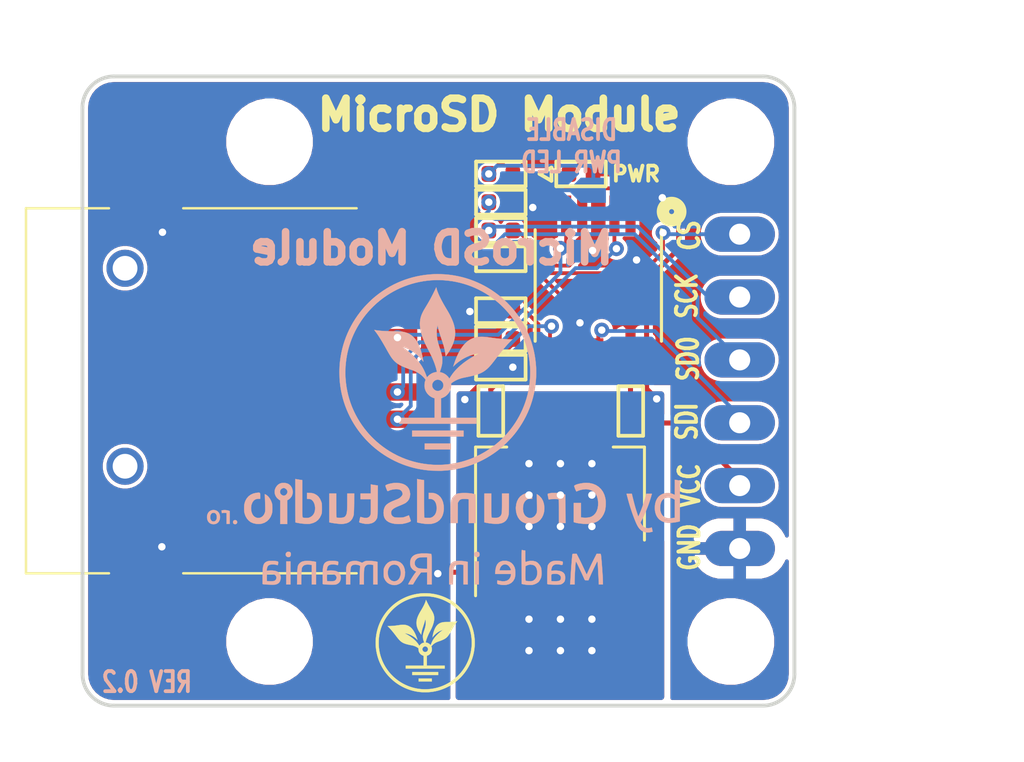
<source format=kicad_pcb>
(kicad_pcb (version 20211014) (generator pcbnew)
  (layers (0 "F.Cu" signal) (31 "B.Cu" signal) (34 "B.Paste" user) (35 "F.Paste" user) (36 "B.SilkS" user "B.Silkscreen") (37 "F.SilkS" user "F.Silkscreen") (38 "B.Mask" user) (39 "F.Mask" user) (44 "Edge.Cuts" user))
  (net 0 "")
  (net 1 "VCC")
  (net 2 "GND")
  (net 3 "+3V3")
  (net 4 "Net-(IC1-Pad12)")
  (net 5 "Net-(IC1-Pad9)")
  (net 6 "Net-(IC1-Pad5)")
  (net 7 "Net-(IC1-Pad2)")
  (net 10 "SDI_MISO")
  (net 11 "SDO_MOSI")
  (net 12 "CS")
  (net 13 "SCK")
  (net 14 "CLK")
  (net 15 "DAT3_CD")
  (net 16 "CMD")
  (net 17 "DAT0")
  (net 18 "Net-(D1-Pad1)")
  (net 19 "Net-(J3-Pad1)")
  (footprint "GS_Local:C_0402_1005Metric" (layer "F.Cu") (at 155.829 101.2825 180)
    (fp_text reference "C4")
    (fp_text value "C_0402_100nF_10V")
    (pad "1" smd roundrect locked (at -0.485 0 180) (size 0.59 0.64) (layers "F.Cu" "F.Paste" "F.Mask") (net 3 "+3V3"))
    (pad "2" smd roundrect locked (at 0.485 0 180) (size 0.59 0.64) (layers "F.Cu" "F.Paste" "F.Mask") (net 2 "GND"))
  )
  (footprint "GS_Local:R_0402_1005Metric" (layer "F.Cu") (at 155.829 95.758 180)
    (fp_text reference "R1")
    (fp_text value "R_0402_3.3k")
    (pad "1" smd roundrect locked (at -0.485 0 180) (size 0.59 0.64) (layers "F.Cu" "F.Paste" "F.Mask") (net 7 "Net-(IC1-Pad2)"))
    (pad "2" smd roundrect locked (at 0.485 0 180) (size 0.59 0.64) (layers "F.Cu" "F.Paste" "F.Mask") (net 11 "SDO_MOSI"))
  )
  (footprint "GS_Local:R_0402_1005Metric" (layer "F.Cu") (at 155.829 100.1395)
    (fp_text reference "R2")
    (fp_text value "R_0402_3.3k")
    (pad "1" smd roundrect locked (at -0.485 0) (size 0.59 0.64) (layers "F.Cu" "F.Paste" "F.Mask") (net 17 "DAT0"))
    (pad "2" smd roundrect locked (at 0.485 0) (size 0.59 0.64) (layers "F.Cu" "F.Paste" "F.Mask") (net 4 "Net-(IC1-Pad12)"))
  )
  (footprint "GS_Local:R_0402_1005Metric" (layer "F.Cu") (at 155.829 96.901 180)
    (fp_text reference "R3")
    (fp_text value "R_0402_3.3k")
    (pad "1" smd roundrect locked (at -0.485 0 180) (size 0.59 0.64) (layers "F.Cu" "F.Paste" "F.Mask") (net 6 "Net-(IC1-Pad5)"))
    (pad "2" smd roundrect locked (at 0.485 0 180) (size 0.59 0.64) (layers "F.Cu" "F.Paste" "F.Mask") (net 13 "SCK"))
  )
  (footprint "GS_Local:R_0402_1005Metric" (layer "F.Cu") (at 155.829 98.044 180)
    (fp_text reference "R4")
    (fp_text value "R_0402_3.3k")
    (pad "1" smd roundrect locked (at -0.485 0 180) (size 0.59 0.64) (layers "F.Cu" "F.Paste" "F.Mask") (net 5 "Net-(IC1-Pad9)"))
    (pad "2" smd roundrect locked (at 0.485 0 180) (size 0.59 0.64) (layers "F.Cu" "F.Paste" "F.Mask") (net 12 "CS"))
  )
  (footprint "GS_Local:HYC77-TF09-200" (layer "F.Cu") (at 144.78 103.378 -90)
    (fp_text reference "J1")
    (fp_text value "HYC77-TF09-200_microSD")
    (pad "1" smd rect locked (at 2.25 -6.875 270) (size 0.7 1.6) (layers "F.Cu" "F.Paste" "F.Mask"))
    (pad "2" smd rect locked (at 1.15 -6.875 270) (size 0.7 1.6) (layers "F.Cu" "F.Paste" "F.Mask") (net 15 "DAT3_CD"))
    (pad "3" smd rect locked (at 0.05 -6.875 270) (size 0.7 1.6) (layers "F.Cu" "F.Paste" "F.Mask") (net 16 "CMD"))
    (pad "4" smd rect locked (at -1.05 -6.875 270) (size 0.7 1.6) (layers "F.Cu" "F.Paste" "F.Mask") (net 3 "+3V3"))
    (pad "5" smd rect locked (at -2.15 -6.875 270) (size 0.7 1.6) (layers "F.Cu" "F.Paste" "F.Mask") (net 14 "CLK"))
    (pad "6" smd rect locked (at -3.25 -6.875 270) (size 0.7 1.6) (layers "F.Cu" "F.Paste" "F.Mask") (net 2 "GND"))
    (pad "7" smd rect locked (at -4.35 -6.875 270) (size 0.7 1.6) (layers "F.Cu" "F.Paste" "F.Mask") (net 17 "DAT0"))
    (pad "8" smd rect locked (at -5.45 -6.875 270) (size 0.7 1.6) (layers "F.Cu" "F.Paste" "F.Mask"))
    (pad "9" smd rect locked (at -7.75 3.725 270) (size 1.2 2.2) (layers "F.Cu" "F.Paste" "F.Mask") (net 2 "GND"))
    (pad "9" smd rect locked (at -7.75 -6.325 270) (size 1.2 1.5) (layers "F.Cu" "F.Paste" "F.Mask") (net 2 "GND"))
    (pad "9" smd rect locked (at -6.55 -6.875 270) (size 0.7 1.6) (layers "F.Cu" "F.Paste" "F.Mask") (net 2 "GND"))
    (pad "9" smd rect locked (at 6.85 -5.875) (size 1.5 1.6) (layers "F.Cu" "F.Paste" "F.Mask") (net 2 "GND"))
    (pad "9" smd rect locked (at 7.75 3.725 270) (size 1.2 2.2) (layers "F.Cu" "F.Paste" "F.Mask") (net 2 "GND"))
    (pad "MH1" thru_hole circle locked (at -4.95 4.125 270) (size 1.5 1.5) (drill 1) (layers *.Cu *.Mask))
    (pad "MH2" thru_hole circle locked (at 3.05 4.125 270) (size 1.5 1.5) (drill 1) (layers *.Cu *.Mask))
  )
  (footprint "GS_Local:C_0402_1005Metric" (layer "F.Cu") (at 155.829 102.4255)
    (fp_text reference "C3")
    (fp_text value "C_0402_100nF_10V")
    (pad "1" smd roundrect locked (at -0.485 0) (size 0.59 0.64) (layers "F.Cu" "F.Paste" "F.Mask") (net 3 "+3V3"))
    (pad "2" smd roundrect locked (at 0.485 0) (size 0.59 0.64) (layers "F.Cu" "F.Paste" "F.Mask") (net 2 "GND"))
  )
  (footprint "GS_Local:PinHeader_1x06_P2.54mm_Vertical_Male" (layer "F.Cu") (at 165.47592 97.05086)
    (fp_text reference "J2")
    (fp_text value "Conn_01x06 Male Right Angle")
    (pad "1" thru_hole oval locked (at 0 0) (size 2.8448 1.4224) (drill 0.849884) (layers *.Cu *.Mask) (net 12 "CS"))
    (pad "2" thru_hole oval locked (at 0 2.54) (size 2.8448 1.4224) (drill 0.849884) (layers *.Cu *.Mask) (net 13 "SCK"))
    (pad "3" thru_hole oval locked (at 0 5.08) (size 2.8448 1.4224) (drill 0.849884) (layers *.Cu *.Mask) (net 11 "SDO_MOSI"))
    (pad "4" thru_hole oval locked (at 0 7.62) (size 2.8448 1.4224) (drill 0.849884) (layers *.Cu *.Mask) (net 10 "SDI_MISO"))
    (pad "5" thru_hole oval locked (at 0 10.16) (size 2.8448 1.4224) (drill 0.849884) (layers *.Cu *.Mask) (net 1 "VCC"))
    (pad "6" thru_hole oval locked (at 0 12.7) (size 2.8448 1.4224) (drill 0.849884) (layers *.Cu *.Mask) (net 2 "GND"))
  )
  (footprint "GS_Local:LED_0402_1005Metric" (layer "F.Cu") (at 159.0675 94.615)
    (fp_text reference "D1")
    (fp_text value "LED_0402_RED")
    (pad "1" smd roundrect locked (at -0.485 0) (size 0.59 0.64) (layers "F.Cu" "F.Paste" "F.Mask") (net 18 "Net-(D1-Pad1)"))
    (pad "2" smd roundrect locked (at 0.485 0) (size 0.59 0.64) (layers "F.Cu" "F.Paste" "F.Mask") (net 3 "+3V3"))
  )
  (footprint "GS_Local:R_0402_1005Metric" (layer "F.Cu") (at 155.829 94.615 180)
    (fp_text reference "R5")
    (fp_text value "R_0402_1k")
    (pad "1" smd roundrect locked (at -0.485 0 180) (size 0.59 0.64) (layers "F.Cu" "F.Paste" "F.Mask") (net 18 "Net-(D1-Pad1)"))
    (pad "2" smd roundrect locked (at 0.485 0 180) (size 0.59 0.64) (layers "F.Cu" "F.Paste" "F.Mask") (net 19 "Net-(J3-Pad1)"))
  )
  (footprint "GS_Local:SOT402-1" (layer "F.Cu") (at 159.766 99.1235 -90)
    (fp_text reference "IC1")
    (fp_text value "74ABT125PW")
    (pad "1" smd rect locked (at -2.885 -1.95 270) (size 1.5 0.41) (layers "F.Cu" "F.Paste" "F.Mask") (net 2 "GND"))
    (pad "2" smd rect locked (at -2.885 -1.3 270) (size 1.5 0.41) (layers "F.Cu" "F.Paste" "F.Mask") (net 7 "Net-(IC1-Pad2)"))
    (pad "3" smd rect locked (at -2.885 -0.65 270) (size 1.5 0.41) (layers "F.Cu" "F.Paste" "F.Mask") (net 16 "CMD"))
    (pad "4" smd rect locked (at -2.885 0 270) (size 1.5 0.41) (layers "F.Cu" "F.Paste" "F.Mask") (net 2 "GND"))
    (pad "5" smd rect locked (at -2.885 0.65 270) (size 1.5 0.41) (layers "F.Cu" "F.Paste" "F.Mask") (net 6 "Net-(IC1-Pad5)"))
    (pad "6" smd rect locked (at -2.885 1.3 270) (size 1.5 0.41) (layers "F.Cu" "F.Paste" "F.Mask") (net 14 "CLK"))
    (pad "7" smd rect locked (at -2.885 1.95 270) (size 1.5 0.41) (layers "F.Cu" "F.Paste" "F.Mask") (net 2 "GND"))
    (pad "8" smd rect locked (at 2.885 1.95 270) (size 1.5 0.41) (layers "F.Cu" "F.Paste" "F.Mask") (net 15 "DAT3_CD"))
    (pad "9" smd rect locked (at 2.885 1.3 270) (size 1.5 0.41) (layers "F.Cu" "F.Paste" "F.Mask") (net 5 "Net-(IC1-Pad9)"))
    (pad "10" smd rect locked (at 2.885 0.65 270) (size 1.5 0.41) (layers "F.Cu" "F.Paste" "F.Mask") (net 2 "GND"))
    (pad "11" smd rect locked (at 2.885 0 270) (size 1.5 0.41) (layers "F.Cu" "F.Paste" "F.Mask") (net 10 "SDI_MISO"))
    (pad "12" smd rect locked (at 2.885 -0.65 270) (size 1.5 0.41) (layers "F.Cu" "F.Paste" "F.Mask") (net 4 "Net-(IC1-Pad12)"))
    (pad "13" smd rect locked (at 2.885 -1.3 270) (size 1.5 0.41) (layers "F.Cu" "F.Paste" "F.Mask") (net 2 "GND"))
    (pad "14" smd rect locked (at 2.885 -1.95 270) (size 1.5 0.41) (layers "F.Cu" "F.Paste" "F.Mask") (net 3 "+3V3"))
  )
  (footprint "GS_Local:C_0402_1005Metric" (layer "F.Cu") (at 155.42514 104.19588 -90)
    (fp_text reference "C2")
    (fp_text value "C_0402_10uF_10V")
    (pad "1" smd roundrect locked (at -0.485 0 270) (size 0.59 0.64) (layers "F.Cu" "F.Paste" "F.Mask") (net 2 "GND"))
    (pad "2" smd roundrect locked (at 0.485 0 270) (size 0.59 0.64) (layers "F.Cu" "F.Paste" "F.Mask") (net 3 "+3V3"))
  )
  (footprint "GS_Local:SOT-223" (layer "F.Cu") (at 158.21914 107.56138 90)
    (fp_text reference "U1")
    (fp_text value "SOT-223 AMS1117-3.3")
    (pad "1" smd rect locked (at -3.15 -2.3 90) (size 2 1.5) (layers "F.Cu" "F.Paste" "F.Mask") (net 2 "GND"))
    (pad "2" smd rect locked (at -3.15 0 90) (size 2 1.5) (layers "F.Cu" "F.Paste" "F.Mask") (net 3 "+3V3"))
    (pad "3" smd rect locked (at -3.15 2.3 90) (size 2 1.5) (layers "F.Cu" "F.Paste" "F.Mask") (net 1 "VCC"))
    (pad "4" smd rect locked (at 3.15 0 90) (size 2 3.8) (layers "F.Cu" "F.Paste" "F.Mask") (net 3 "+3V3"))
  )
  (footprint "GS_Local:C_0402_1005Metric" (layer "F.Cu") (at 161.07664 104.19588 -90)
    (fp_text reference "C1")
    (fp_text value "C_0402_10uF_10V")
    (pad "1" smd roundrect locked (at -0.485 0 270) (size 0.59 0.64) (layers "F.Cu" "F.Paste" "F.Mask") (net 2 "GND"))
    (pad "2" smd roundrect locked (at 0.485 0 270) (size 0.59 0.64) (layers "F.Cu" "F.Paste" "F.Mask") (net 1 "VCC"))
  )
  (footprint "GS_Local:SCREW_M3" (layer "F.Cu") (at 165.12032 93.31706)
    (fp_text reference "REF**")
    (fp_text value "SCREW_M3")
    (pad "" np_thru_hole circle locked (at 0 0) (size 3.2 3.2) (drill 3.2) (layers *.Cu *.Mask))
  )
  (footprint "GS_Local:SCREW_M3" (layer "F.Cu") (at 146.48942 93.31706)
    (fp_text reference "REF**")
    (fp_text value "SCREW_M3")
    (pad "" np_thru_hole circle locked (at 0 0) (size 3.2 3.2) (drill 3.2) (layers *.Cu *.Mask))
  )
  (footprint "GS_Local:SCREW_M3" (layer "F.Cu") (at 165.12032 113.51006)
    (fp_text reference "REF**")
    (fp_text value "SCREW_M3")
    (pad "" np_thru_hole circle locked (at 0 0) (size 3.2 3.2) (drill 3.2) (layers *.Cu *.Mask))
  )
  (footprint "GS_Local:SCREW_M3" (layer "F.Cu") (at 146.48942 113.51006)
    (fp_text reference "REF**")
    (fp_text value "SCREW_M3")
    (pad "" np_thru_hole circle locked (at 0 0) (size 3.2 3.2) (drill 3.2) (layers *.Cu *.Mask))
  )
  (footprint "GS_Branding:GS_Logo2_4x4" (layer "F.Cu") (at 152.77592 113.56086)
    (fp_text reference "G***")
    (fp_text value "LOGO")
  )
  (footprint "GS_Branding:GS_.ro_1.2x0.6" (layer "B.Cu") (at 144.57426 108.4834 180)
    (fp_text reference "G***")
    (fp_text value "LOGO")
  )
  (footprint "GS_Branding:GS_Made in Romania_13.8x1.4" (layer "B.Cu") (at 153.09342 110.51286 180)
    (fp_text reference "G***")
    (fp_text value "LOGO")
  )
  (footprint "GS_Branding:GS_Logo2_8x8" (layer "B.Cu") (at 153.28392 102.63886 180)
    (fp_text reference "G***")
    (fp_text value "LOGO")
  )
  (footprint "GS_Local:SolderJumper_NC" (layer "B.Cu") (at 158.67634 95.2754 180)
    (fp_text reference "J3")
    (fp_text value "PWR LED DISABLE")
    (fp_line (start 0.05334 0) (end 0.30988 0) (layer "B.Cu") (width 0.1524))
    (pad "1" smd custom locked (at -0.889 0 180) (size 0.9906 0.9906) (layers "B.Cu" "B.Mask") (net 19 "Net-(J3-Pad1)") (options (clearance outline) (anchor rect)) (primitives (gr_poly (pts (xy 1.016 0) (xy 0.508 0.508) (xy -0.508 0.508) (xy -0.508 -0.508) (xy 0.508 -0.508)) (width 0) (fill yes))))
    (pad "2" smd custom locked (at 0.889 0) (size 0.9906 0.9906) (layers "B.Cu" "B.Mask") (net 2 "GND") (options (clearance outline) (anchor rect)) (primitives (gr_poly (pts (xy 0.508 0) (xy 1.016 0.508) (xy -0.508 0.508) (xy -0.508 -0.508) (xy 1.016 -0.508)) (width 0) (fill yes))))
  )
  (footprint "GS_Branding:GS_GroundStudio_14.6x1.8" (layer "B.Cu") (at 152.76576 107.8484 180)
    (fp_text reference "G***")
    (fp_text value "LOGO")
  )
  (footprint "GS_Branding:by 2.2x2.1" (layer "B.Cu") (at 161.98342 108.03636 180)
    (fp_text reference "G***")
    (fp_text value "LOGO")
  )
  (gr_arc (start 140.208 116.100859) (mid 139.309974 115.728885) (end 138.937999 114.83086) (layer "Edge.Cuts") (width 0.1524))
  (gr_arc (start 138.93292 91.94546) (mid 139.304894 91.047434) (end 140.202919 90.675459) (layer "Edge.Cuts") (width 0.1524))
  (gr_arc (start 166.415719 90.67546) (mid 167.313745 91.047434) (end 167.68572 91.945459) (layer "Edge.Cuts") (width 0.1524))
  (gr_line (start 138.93292 91.94546) (end 138.937999 114.83086) (layer "Edge.Cuts") (width 0.1524))
  (gr_line (start 166.415719 90.67546) (end 140.202919 90.675459) (layer "Edge.Cuts") (width 0.1524))
  (gr_line (start 140.208 116.100859) (end 166.41572 116.10086) (layer "Edge.Cuts") (width 0.1524))
  (gr_arc (start 167.68572 114.83086) (mid 167.313746 115.728886) (end 166.41572 116.10086) (layer "Edge.Cuts") (width 0.1524))
  (gr_line (start 167.68572 91.945459) (end 167.68572 114.83086) (layer "Edge.Cuts") (width 0.1524))
  (gr_text "REV 0.2" (at 141.53642 115.14836) (layer "B.SilkS") (effects (font (size 0.8128 0.6096) (thickness 0.1524)) (justify mirror)))
  (gr_text "MicroSD Module" (at 153.02992 97.62236) (layer "B.SilkS") (effects (font (size 1.2192 1.2192) (thickness 0.3048)) (justify mirror)))
  (gr_text "DISABLE\nPWR LED" (at 158.68142 93.49486) (layer "B.SilkS") (effects (font (size 0.8128 0.6096) (thickness 0.1524)) (justify mirror)))
  (gr_text "MicroSD Module" (at 155.76042 92.22486) (layer "F.SilkS") (effects (font (size 1.2192 1.2192) (thickness 0.3048))))
  (gr_text "SDI" (at 163.34232 104.62006 90) (layer "F.SilkS") (effects (font (size 0.8128 0.6096) (thickness 0.1524))))
  (gr_text "PWR" (at 161.29 94.615) (layer "F.SilkS") (effects (font (size 0.6096 0.6096) (thickness 0.1524))))
  (gr_text "CS" (at 163.44392 97.10166 90) (layer "F.SilkS") (effects (font (size 0.8128 0.6096) (thickness 0.1524))))
  (gr_text "VCC" (at 163.44392 107.21086 90) (layer "F.SilkS") (effects (font (size 0.8128 0.6096) (thickness 0.1524))))
  (gr_text "SCK" (at 163.34232 99.54006 90) (layer "F.SilkS") (effects (font (size 0.8128 0.6096) (thickness 0.1524))))
  (gr_text "SD0" (at 163.39312 102.08006 90) (layer "F.SilkS") (effects (font (size 0.8128 0.6096) (thickness 0.1524))))
  (gr_text "GND" (at 163.44392 109.70006 90) (layer "F.SilkS") (effects (font (size 0.8128 0.6096) (thickness 0.1524))))
  (segment (start 162.30092 108.9296) (end 162.30092 105.90516) (width 0.2032) (layer "F.Cu") (net 1))
  (segment (start 160.51914 110.71138) (end 162.30092 108.9296) (width 0.2032) (layer "F.Cu") (net 1))
  (segment (start 165.47592 107.21086) (end 165.47592 106.95686) (width 0.2032) (layer "F.Cu") (net 1))
  (segment (start 162.30092 105.90516) (end 161.07664 104.68088) (width 0.2032) (layer "F.Cu") (net 1))
  (segment (start 161.07664 104.68088) (end 163.1799 104.68088) (width 0.2032) (layer "F.Cu") (net 1))
  (segment (start 165.47592 106.95686) (end 163.19994 104.68088) (width 0.2032) (layer "F.Cu") (net 1))
  (segment (start 156.314 102.4255) (end 156.314 102.4255) (width 0.2032) (layer "F.Cu") (net 2))
  (segment (start 161.066 102.0085) (end 161.066 103.70024) (width 0.2032) (layer "F.Cu") (net 2))
  (segment (start 155.91914 110.71138) (end 153.3394 110.71138) (width 0.2032) (layer "F.Cu") (net 2))
  (segment (start 155.42514 103.31436) (end 156.314 102.4255) (width 0.2032) (layer "F.Cu") (net 2))
  (segment (start 155.42514 103.71088) (end 155.42514 103.31436) (width 0.2032) (layer "F.Cu") (net 2))
  (segment (start 153.3394 110.71138) (end 153.28392 110.76686) (width 0.2032) (layer "F.Cu") (net 2))
  (segment (start 161.066 103.70024) (end 161.07664 103.71088) (width 0.2032) (layer "F.Cu") (net 2))
  (via (at 161.31032 98.09226) (size 0.6) (drill 0.3) (layers "F.Cu" "B.Cu") (net 2))
  (via (at 142.14094 109.68228) (size 0.6) (drill 0.3) (layers "F.Cu" "B.Cu") (net 2))
  (via (at 156.314 102.4255) (size 0.6) (drill 0.3) (layers "F.Cu" "B.Cu") (net 2))
  (via (at 154.57932 100.17506) (size 0.6) (drill 0.3) (layers "F.Cu" "B.Cu") (net 2))
  (via (at 159.02432 100.63226) (size 0.6) (drill 0.3) (layers "F.Cu" "B.Cu") (net 2))
  (via (at 157.11932 95.97136) (size 0.6) (drill 0.3) (layers "F.Cu" "B.Cu") (net 2))
  (via (at 153.28392 110.76686) (size 0.6) (drill 0.3) (layers "F.Cu" "B.Cu") (net 2))
  (via (at 159.53232 97.71126) (size 0.6) (drill 0.3) (layers "F.Cu" "B.Cu") (net 2))
  (via (at 162.35172 95.57766) (size 0.6) (drill 0.3) (layers "F.Cu" "B.Cu") (net 2))
  (via (at 142.16634 96.97212) (size 0.6) (drill 0.3) (layers "F.Cu" "B.Cu") (net 2))
  (segment (start 155.344 102.4255) (end 155.344 102.76318) (width 0.2032) (layer "F.Cu") (net 3))
  (segment (start 151.655 102.328) (end 155.2465 102.328) (width 0.2032) (layer "F.Cu") (net 3))
  (segment (start 155.2465 102.328) (end 155.344 102.4255) (width 0.2032) (layer "F.Cu") (net 3))
  (segment (start 161.716 103.29854) (end 162.12312 103.70566) (width 0.2032) (layer "F.Cu") (net 3))
  (segment (start 156.314 101.2825) (end 156.314 101.4555) (width 0.2032) (layer "F.Cu") (net 3))
  (segment (start 163.01212 95.27286) (end 162.35426 94.615) (width 0.2032) (layer "F.Cu") (net 3))
  (segment (start 161.716 98.93118) (end 163.01212 97.63506) (width 0.2032) (layer "F.Cu") (net 3))
  (segment (start 156.314 101.4555) (end 155.344 102.4255) (width 0.2032) (layer "F.Cu") (net 3))
  (segment (start 161.716 102.0085) (end 161.716 103.29854) (width 0.2032) (layer "F.Cu") (net 3))
  (segment (start 161.716 102.0085) (end 161.716 98.93118) (width 0.2032) (layer "F.Cu") (net 3))
  (segment (start 163.01212 97.63506) (end 163.01212 95.27286) (width 0.2032) (layer "F.Cu") (net 3))
  (segment (start 162.35426 94.615) (end 159.5525 94.615) (width 0.2032) (layer "F.Cu") (net 3))
  (segment (start 155.344 102.76318) (end 154.37612 103.73106) (width 0.2032) (layer "F.Cu") (net 3))
  (via (at 158.23692 106.32186) (size 0.6) (drill 0.3) (layers "F.Cu" "B.Cu") (net 3))
  (via (at 158.23692 107.59186) (size 0.6) (drill 0.3) (layers "F.Cu" "B.Cu") (net 3))
  (via (at 158.23692 108.86186) (size 0.6) (drill 0.3) (layers "F.Cu" "B.Cu") (net 3))
  (via (at 156.96692 106.32186) (size 0.6) (drill 0.3) (layers "F.Cu" "B.Cu") (net 3))
  (via (at 156.96692 108.86186) (size 0.6) (drill 0.3) (layers "F.Cu" "B.Cu") (net 3))
  (via (at 159.50692 108.86186) (size 0.6) (drill 0.3) (layers "F.Cu" "B.Cu") (net 3))
  (via (at 156.96692 107.59186) (size 0.6) (drill 0.3) (layers "F.Cu" "B.Cu") (net 3))
  (via (at 159.50692 107.59186) (size 0.6) (drill 0.3) (layers "F.Cu" "B.Cu") (net 3))
  (via (at 159.50692 106.32186) (size 0.6) (drill 0.3) (layers "F.Cu" "B.Cu") (net 3))
  (via (at 158.23692 113.87836) (size 0.6) (drill 0.3) (layers "F.Cu" "B.Cu") (net 3))
  (via (at 159.50692 113.87836) (size 0.6) (drill 0.3) (layers "F.Cu" "B.Cu") (net 3))
  (via (at 158.23692 112.60836) (size 0.6) (drill 0.3) (layers "F.Cu" "B.Cu") (net 3))
  (via (at 156.96692 113.87836) (size 0.6) (drill 0.3) (layers "F.Cu" "B.Cu") (net 3))
  (via (at 156.96692 112.60836) (size 0.6) (drill 0.3) (layers "F.Cu" "B.Cu") (net 3))
  (via (at 159.50692 112.60836) (size 0.6) (drill 0.3) (layers "F.Cu" "B.Cu") (net 3))
  (via (at 154.37612 103.73106) (size 0.6) (drill 0.3) (layers "F.Cu" "B.Cu") (net 3))
  (via (at 162.12312 103.70566) (size 0.6) (drill 0.3) (layers "F.Cu" "B.Cu") (net 3))
  (segment (start 156.314 100.1395) (end 156.80436 100.1395) (width 0.1524) (layer "F.Cu") (net 4))
  (segment (start 157.34792 100.68306) (end 157.34792 102.906902) (width 0.1524) (layer "F.Cu") (net 4))
  (segment (start 156.80436 100.1395) (end 157.34792 100.68306) (width 0.1524) (layer "F.Cu") (net 4))
  (segment (start 157.34792 102.906902) (end 157.460878 103.01986) (width 0.1524) (layer "F.Cu") (net 4))
  (segment (start 157.460878 103.01986) (end 160.21812 103.01986) (width 0.1524) (layer "F.Cu") (net 4))
  (segment (start 160.21812 103.01986) (end 160.416 102.82198) (width 0.1524) (layer "F.Cu") (net 4))
  (segment (start 160.416 102.82198) (end 160.416 102.0085) (width 0.1524) (layer "F.Cu") (net 4))
  (segment (start 158.466 99.74374) (end 158.466 102.0085) (width 0.1524) (layer "F.Cu") (net 5))
  (segment (start 156.76626 98.044) (end 158.466 99.74374) (width 0.1524) (layer "F.Cu") (net 5))
  (segment (start 156.314 98.044) (end 156.76626 98.044) (width 0.1524) (layer "F.Cu") (net 5))
  (segment (start 156.314 96.901) (end 156.51226 96.901) (width 0.1524) (layer "F.Cu") (net 6))
  (segment (start 158.92272 97.99066) (end 158.92272 97.30486) (width 0.1524) (layer "F.Cu") (net 6))
  (segment (start 158.59252 98.32086) (end 158.92272 97.99066) (width 0.1524) (layer "F.Cu") (net 6))
  (segment (start 158.92272 97.30486) (end 159.116 97.11158) (width 0.1524) (layer "F.Cu") (net 6))
  (segment (start 159.116 97.11158) (end 159.116 96.2385) (width 0.1524) (layer "F.Cu") (net 6))
  (segment (start 156.51226 96.901) (end 157.93212 98.32086) (width 0.1524) (layer "F.Cu") (net 6))
  (segment (start 157.93212 98.32086) (end 158.59252 98.32086) (width 0.1524) (layer "F.Cu") (net 6))
  (segment (start 156.314 95.758) (end 156.87534 95.19666) (width 0.1524) (layer "F.Cu") (net 7))
  (segment (start 161.066 95.536018) (end 161.066 96.2385) (width 0.1524) (layer "F.Cu") (net 7))
  (segment (start 160.726642 95.19666) (end 161.066 95.536018) (width 0.1524) (layer "F.Cu") (net 7))
  (segment (start 156.87534 95.19666) (end 160.726642 95.19666) (width 0.1524) (layer "F.Cu") (net 7))
  (segment (start 159.766 101.064265) (end 159.904745 100.92552) (width 0.1524) (layer "F.Cu") (net 10))
  (segment (start 159.766 102.0085) (end 159.766 101.064265) (width 0.1524) (layer "F.Cu") (net 10))
  (via (at 159.904745 100.92552) (size 0.6) (drill 0.3) (layers "F.Cu" "B.Cu") (net 10))
  (segment (start 162.036442 100.96246) (end 165.47592 104.401938) (width 0.1524) (layer "B.Cu") (net 10))
  (segment (start 165.47592 104.401938) (end 165.47592 104.67086) (width 0.1524) (layer "B.Cu") (net 10))
  (segment (start 159.941685 100.96246) (end 159.904745 100.92552) (width 0.1524) (layer "B.Cu") (net 10))
  (segment (start 162.036442 100.96246) (end 159.941685 100.96246) (width 0.1524) (layer "B.Cu") (net 10))
  (via (at 155.344 95.758) (size 0.6) (drill 0.3) (layers "F.Cu" "B.Cu") (net 11))
  (segment (start 161.23412 97.05086) (end 156.00172 97.05086) (width 0.1524) (layer "B.Cu") (net 11))
  (segment (start 155.344 96.10838) (end 155.344 95.758) (width 0.1524) (layer "B.Cu") (net 11))
  (segment (start 165.47592 102.13086) (end 163.77412 100.42906) (width 0.1524) (layer "B.Cu") (net 11))
  (segment (start 163.77412 100.42906) (end 163.77412 99.59086) (width 0.1524) (layer "B.Cu") (net 11))
  (segment (start 154.815399 97.154729) (end 154.815399 96.636981) (width 0.1524) (layer "B.Cu") (net 11))
  (segment (start 155.090271 97.429601) (end 154.815399 97.154729) (width 0.1524) (layer "B.Cu") (net 11))
  (segment (start 154.815399 96.636981) (end 155.344 96.10838) (width 0.1524) (layer "B.Cu") (net 11))
  (segment (start 156.00172 97.05086) (end 155.622979 97.429601) (width 0.1524) (layer "B.Cu") (net 11))
  (segment (start 163.77412 99.59086) (end 161.23412 97.05086) (width 0.1524) (layer "B.Cu") (net 11))
  (segment (start 155.622979 97.429601) (end 155.090271 97.429601) (width 0.1524) (layer "B.Cu") (net 11))
  (segment (start 155.90534 97.48266) (end 155.344 98.044) (width 0.1524) (layer "F.Cu") (net 12))
  (segment (start 162.37966 96.9899) (end 162.37966 97.78492) (width 0.1524) (layer "F.Cu") (net 12))
  (segment (start 161.53892 98.62566) (end 157.805854 98.62566) (width 0.1524) (layer "F.Cu") (net 12))
  (segment (start 156.662854 97.48266) (end 155.90534 97.48266) (width 0.1524) (layer "F.Cu") (net 12))
  (segment (start 162.37966 97.78492) (end 161.53892 98.62566) (width 0.1524) (layer "F.Cu") (net 12))
  (segment (start 157.805854 98.62566) (end 156.662854 97.48266) (width 0.1524) (layer "F.Cu") (net 12))
  (via (at 162.37966 96.9899) (size 0.6) (drill 0.3) (layers "F.Cu" "B.Cu") (net 12))
  (segment (start 162.44062 97.05086) (end 165.47592 97.05086) (width 0.1524) (layer "B.Cu") (net 12))
  (segment (start 162.37966 96.9899) (end 162.44062 97.05086) (width 0.1524) (layer "B.Cu") (net 12))
  (segment (start 162.37712 97.17786) (end 162.37966 97.17532) (width 0.1524) (layer "B.Cu") (net 12))
  (via (at 155.344 96.901) (size 0.6) (drill 0.3) (layers "F.Cu" "B.Cu") (net 13))
  (segment (start 155.49894 96.74606) (end 155.344 96.901) (width 0.1524) (layer "B.Cu") (net 13))
  (segment (start 161.360387 96.74606) (end 155.49894 96.74606) (width 0.1524) (layer "B.Cu") (net 13))
  (segment (start 165.47592 99.59086) (end 164.205187 99.59086) (width 0.1524) (layer "B.Cu") (net 13))
  (segment (start 164.205187 99.59086) (end 161.360387 96.74606) (width 0.1524) (layer "B.Cu") (net 13))
  (segment (start 158.466 97.39328) (end 158.23692 97.62236) (width 0.1524) (layer "F.Cu") (net 14))
  (segment (start 158.466 96.2385) (end 158.466 97.39328) (width 0.1524) (layer "F.Cu") (net 14))
  (via (at 151.655 101.228) (size 0.6) (drill 0.3) (layers "F.Cu" "B.Cu") (net 14))
  (via (at 158.23692 97.62236) (size 0.6) (drill 0.3) (layers "F.Cu" "B.Cu") (net 14))
  (segment (start 151.76814 101.11486) (end 151.655 101.228) (width 0.1524) (layer "B.Cu") (net 14))
  (segment (start 158.23692 97.62236) (end 158.23692 98.60026) (width 0.1524) (layer "B.Cu") (net 14))
  (segment (start 155.72232 101.11486) (end 151.76814 101.11486) (width 0.1524) (layer "B.Cu") (net 14))
  (segment (start 158.23692 98.60026) (end 155.72232 101.11486) (width 0.1524) (layer "B.Cu") (net 14))
  (segment (start 157.816 100.829463) (end 157.87653 100.768933) (width 0.1524) (layer "F.Cu") (net 15))
  (segment (start 157.816 102.0085) (end 157.816 100.829463) (width 0.1524) (layer "F.Cu") (net 15))
  (via (at 157.87653 100.768933) (size 0.6) (drill 0.3) (layers "F.Cu" "B.Cu") (net 15))
  (via (at 151.655 104.528) (size 0.6) (drill 0.3) (layers "F.Cu" "B.Cu") (net 15))
  (segment (start 152.19172 102.20706) (end 152.64892 101.74986) (width 0.1524) (layer "B.Cu") (net 15))
  (segment (start 156.931847 100.768933) (end 157.87653 100.768933) (width 0.1524) (layer "B.Cu") (net 15))
  (segment (start 152.64892 101.74986) (end 155.95092 101.74986) (width 0.1524) (layer "B.Cu") (net 15))
  (segment (start 152.19172 103.99128) (end 152.19172 102.20706) (width 0.1524) (layer "B.Cu") (net 15))
  (segment (start 151.655 104.528) (end 152.19172 103.99128) (width 0.1524) (layer "B.Cu") (net 15))
  (segment (start 155.95092 101.74986) (end 156.931847 100.768933) (width 0.1524) (layer "B.Cu") (net 15))
  (segment (start 160.416 96.2385) (end 160.416 97.55354) (width 0.1524) (layer "F.Cu") (net 16))
  (segment (start 160.49752 97.63506) (end 160.48482 97.63506) (width 0.1524) (layer "F.Cu") (net 16))
  (segment (start 160.416 97.55354) (end 160.49752 97.63506) (width 0.1524) (layer "F.Cu") (net 16))
  (segment (start 160.48482 97.63506) (end 160.45942 97.66046) (width 0.1524) (layer "F.Cu") (net 16))
  (via (at 160.49752 97.63506) (size 0.6) (drill 0.3) (layers "F.Cu" "B.Cu") (net 16))
  (via (at 151.655 103.428) (size 0.6) (drill 0.3) (layers "F.Cu" "B.Cu") (net 16))
  (segment (start 159.71012 98.42246) (end 158.84652 98.42246) (width 0.1524) (layer "B.Cu") (net 16))
  (segment (start 155.84932 101.41966) (end 152.54732 101.41966) (width 0.1524) (layer "B.Cu") (net 16))
  (segment (start 151.88692 103.19608) (end 151.655 103.428) (width 0.1524) (layer "B.Cu") (net 16))
  (segment (start 158.84652 98.42246) (end 155.84932 101.41966) (width 0.1524) (layer "B.Cu") (net 16))
  (segment (start 151.88692 102.08006) (end 151.88692 103.19608) (width 0.1524) (layer "B.Cu") (net 16))
  (segment (start 160.47212 97.66046) (end 159.71012 98.42246) (width 0.1524) (layer "B.Cu") (net 16))
  (segment (start 152.54732 101.41966) (end 151.88692 102.08006) (width 0.1524) (layer "B.Cu") (net 16))
  (segment (start 160.45942 97.66046) (end 160.47212 97.66046) (width 0.1524) (layer "B.Cu") (net 16))
  (segment (start 154.2325 99.028) (end 155.344 100.1395) (width 0.1524) (layer "F.Cu") (net 17))
  (segment (start 151.655 99.028) (end 154.2325 99.028) (width 0.1524) (layer "F.Cu") (net 17))
  (segment (start 156.314 94.615) (end 158.5825 94.615) (width 0.1524) (layer "F.Cu") (net 18))
  (via (at 155.344 94.615) (size 0.6) (drill 0.3) (layers "F.Cu" "B.Cu") (net 19))
  (segment (start 159.56534 95.2754) (end 159.56534 94.4118) (width 0.1524) (layer "B.Cu") (net 19))
  (segment (start 159.43835 94.28481) (end 155.67419 94.28481) (width 0.1524) (layer "B.Cu") (net 19))
  (segment (start 155.67419 94.28481) (end 155.344 94.615) (width 0.1524) (layer "B.Cu") (net 19))
  (segment (start 159.56534 94.4118) (end 159.43835 94.28481) (width 0.1524) (layer "B.Cu") (net 19))
  (zone (net 3) (net_name "+3V3") (layer "F.Cu") (connect_pads (clearance 0.1524)) (min_thickness 0.254) (fill yes (thermal_gap 0.508) (thermal_bridge_width 0.508))
    (polygon (pts (xy 154.04592 103.40086) (xy 162.42792 103.40086) (xy 162.427921 116.16436) (xy 154.003376 116.16436)))
  )
  (zone (net 2) (net_name "GND") (layer "F.Cu") (priority 1) (connect_pads (clearance 0.1524)) (min_thickness 0.1524) (fill yes (thermal_gap 0.508) (thermal_bridge_width 0.508))
    (polygon (pts (xy 167.63492 116.16436) (xy 162.67684 116.16436) (xy 162.67684 103.14686) (xy 153.78684 103.14686) (xy 153.78938 116.17579) (xy 138.93546 116.15293) (xy 138.93292 90.63736) (xy 167.63492 90.63736)))
  )
  (zone (net 2) (net_name "GND") (layer "B.Cu") (priority 1) (connect_pads (clearance 0.1524)) (min_thickness 0.1524) (fill yes (thermal_gap 0.508) (thermal_bridge_width 0.508))
    (polygon (pts (xy 167.63746 116.16436) (xy 162.67938 116.16436) (xy 162.68192 103.14686) (xy 153.79192 103.14686) (xy 153.79192 116.17579) (xy 138.938 116.15293) (xy 138.93292 90.63736) (xy 167.63492 90.63736)))
  )
  (zone (net 3) (net_name "+3V3") (layer "B.Cu") (connect_pads (clearance 0.1524)) (min_thickness 0.254) (fill yes (thermal_gap 0.508) (thermal_bridge_width 0.508))
    (polygon (pts (xy 154.04592 103.40086) (xy 162.42792 103.40086) (xy 162.427921 116.16436) (xy 154.003376 116.16436)))
  )
)
</source>
